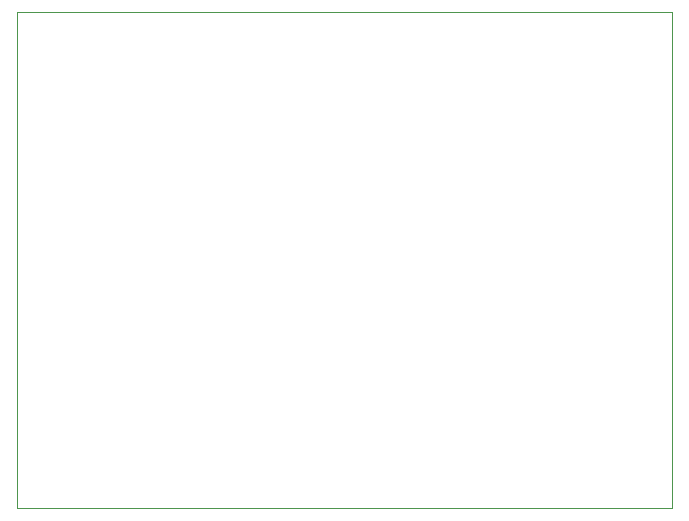
<source format=gbr>
%TF.GenerationSoftware,KiCad,Pcbnew,8.0.5*%
%TF.CreationDate,2024-12-26T15:01:40+03:00*%
%TF.ProjectId,LM386_Audio_Amplifier,4c4d3338-365f-4417-9564-696f5f416d70,v01*%
%TF.SameCoordinates,Original*%
%TF.FileFunction,Profile,NP*%
%FSLAX46Y46*%
G04 Gerber Fmt 4.6, Leading zero omitted, Abs format (unit mm)*
G04 Created by KiCad (PCBNEW 8.0.5) date 2024-12-26 15:01:40*
%MOMM*%
%LPD*%
G01*
G04 APERTURE LIST*
%TA.AperFunction,Profile*%
%ADD10C,0.050000*%
%TD*%
G04 APERTURE END LIST*
D10*
X104000000Y-50500000D02*
X159500000Y-50500000D01*
X159500000Y-92500000D01*
X104000000Y-92500000D01*
X104000000Y-50500000D01*
M02*

</source>
